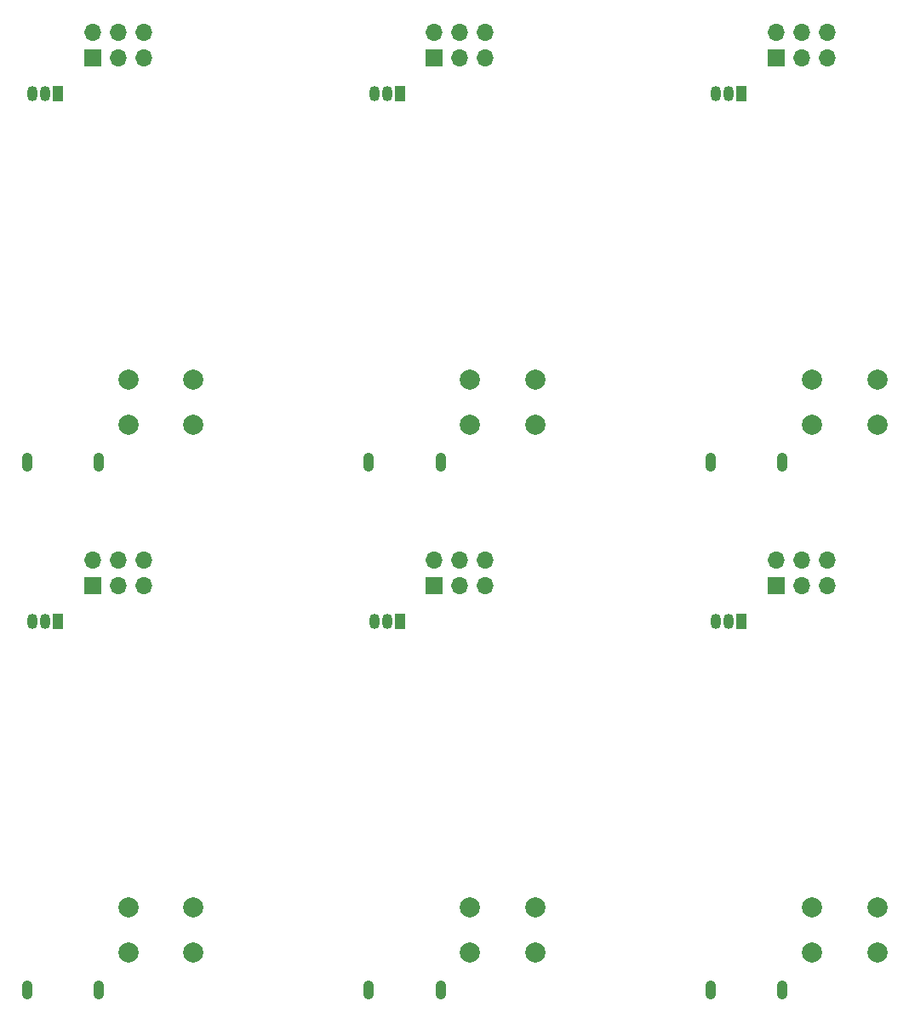
<source format=gbr>
G04 #@! TF.GenerationSoftware,KiCad,Pcbnew,(5.1.9)-1*
G04 #@! TF.CreationDate,2021-03-22T07:19:38+01:00*
G04 #@! TF.ProjectId,IM350- Multi,494d3335-302d-4204-9d75-6c74692e6b69,rev?*
G04 #@! TF.SameCoordinates,Original*
G04 #@! TF.FileFunction,Soldermask,Bot*
G04 #@! TF.FilePolarity,Negative*
%FSLAX46Y46*%
G04 Gerber Fmt 4.6, Leading zero omitted, Abs format (unit mm)*
G04 Created by KiCad (PCBNEW (5.1.9)-1) date 2021-03-22 07:19:38*
%MOMM*%
%LPD*%
G01*
G04 APERTURE LIST*
%ADD10O,1.050000X1.500000*%
%ADD11R,1.050000X1.500000*%
%ADD12C,2.000000*%
%ADD13O,1.700000X1.700000*%
%ADD14R,1.700000X1.700000*%
%ADD15O,1.050000X1.900000*%
G04 APERTURE END LIST*
D10*
X133230000Y-100000000D03*
X131960000Y-100000000D03*
D11*
X134500000Y-100000000D03*
X134500000Y-47500000D03*
D10*
X131960000Y-47500000D03*
X133230000Y-47500000D03*
D12*
X148000000Y-128500000D03*
X148000000Y-133000000D03*
X141500000Y-128500000D03*
X141500000Y-133000000D03*
D13*
X143040000Y-93960000D03*
X143040000Y-96500000D03*
X140500000Y-93960000D03*
X140500000Y-96500000D03*
X137960000Y-93960000D03*
D14*
X137960000Y-96500000D03*
X137960000Y-44000000D03*
D13*
X137960000Y-41460000D03*
X140500000Y-44000000D03*
X140500000Y-41460000D03*
X143040000Y-44000000D03*
X143040000Y-41460000D03*
D12*
X141500000Y-80500000D03*
X141500000Y-76000000D03*
X148000000Y-80500000D03*
X148000000Y-76000000D03*
D15*
X131425000Y-84200000D03*
X138575000Y-84200000D03*
X138575000Y-136700000D03*
X131425000Y-136700000D03*
X104575000Y-84200000D03*
X97425000Y-84200000D03*
D10*
X99230000Y-47500000D03*
X97960000Y-47500000D03*
D11*
X100500000Y-47500000D03*
X100500000Y-100000000D03*
D10*
X97960000Y-100000000D03*
X99230000Y-100000000D03*
D14*
X103960000Y-96500000D03*
D13*
X103960000Y-93960000D03*
X106500000Y-96500000D03*
X106500000Y-93960000D03*
X109040000Y-96500000D03*
X109040000Y-93960000D03*
X109040000Y-41460000D03*
X109040000Y-44000000D03*
X106500000Y-41460000D03*
X106500000Y-44000000D03*
X103960000Y-41460000D03*
D14*
X103960000Y-44000000D03*
D15*
X97425000Y-136700000D03*
X104575000Y-136700000D03*
D12*
X107500000Y-133000000D03*
X107500000Y-128500000D03*
X114000000Y-133000000D03*
X114000000Y-128500000D03*
X114000000Y-76000000D03*
X114000000Y-80500000D03*
X107500000Y-76000000D03*
X107500000Y-80500000D03*
D15*
X70575000Y-136700000D03*
X63425000Y-136700000D03*
D10*
X65230000Y-100000000D03*
X63960000Y-100000000D03*
D11*
X66500000Y-100000000D03*
D13*
X75040000Y-93960000D03*
X75040000Y-96500000D03*
X72500000Y-93960000D03*
X72500000Y-96500000D03*
X69960000Y-93960000D03*
D14*
X69960000Y-96500000D03*
D12*
X80000000Y-128500000D03*
X80000000Y-133000000D03*
X73500000Y-128500000D03*
X73500000Y-133000000D03*
D11*
X66500000Y-47500000D03*
D10*
X63960000Y-47500000D03*
X65230000Y-47500000D03*
D15*
X63425000Y-84200000D03*
X70575000Y-84200000D03*
D12*
X73500000Y-80500000D03*
X73500000Y-76000000D03*
X80000000Y-80500000D03*
X80000000Y-76000000D03*
D14*
X69960000Y-44000000D03*
D13*
X69960000Y-41460000D03*
X72500000Y-44000000D03*
X72500000Y-41460000D03*
X75040000Y-44000000D03*
X75040000Y-41460000D03*
M02*

</source>
